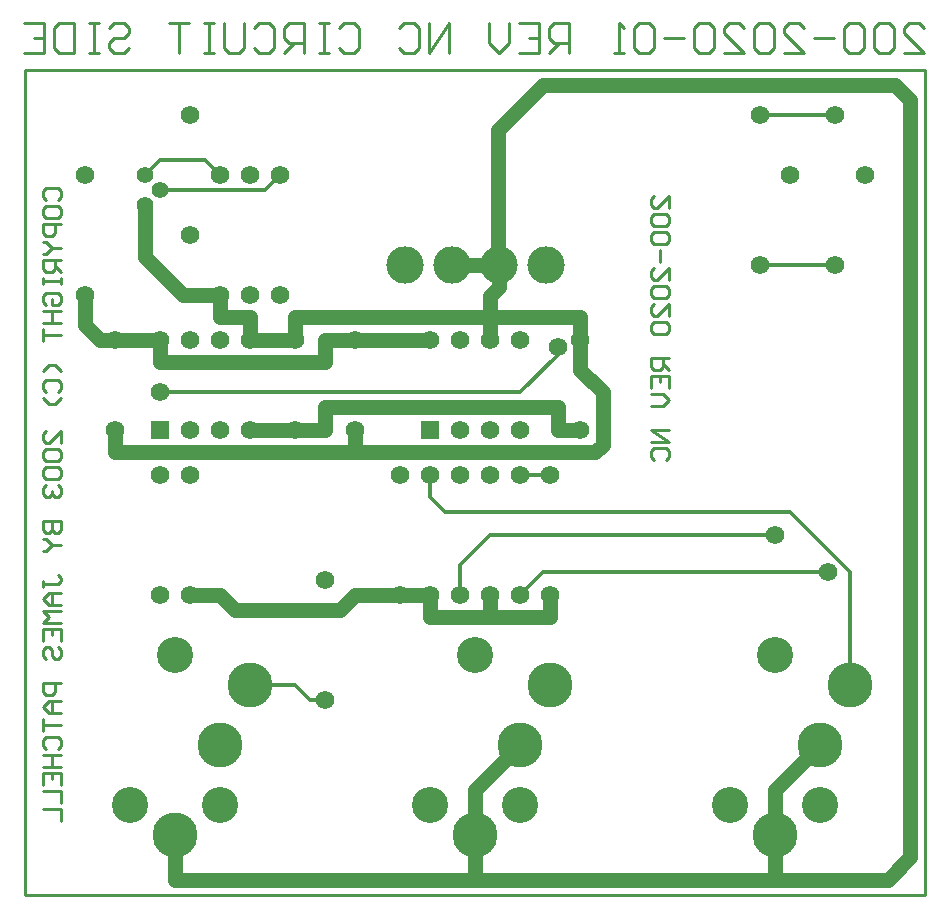
<source format=gbl>
*%FSLAX23Y23*%
*%MOIN*%
G01*
%ADD11C,0.007*%
%ADD12C,0.008*%
%ADD13C,0.010*%
%ADD14C,0.012*%
%ADD15C,0.020*%
%ADD16C,0.032*%
%ADD17C,0.036*%
%ADD18C,0.050*%
%ADD19C,0.052*%
%ADD20C,0.055*%
%ADD21C,0.056*%
%ADD22C,0.060*%
%ADD23C,0.061*%
%ADD24C,0.062*%
%ADD25C,0.066*%
%ADD26C,0.068*%
%ADD27C,0.070*%
%ADD28C,0.080*%
%ADD29C,0.090*%
%ADD30C,0.095*%
%ADD31C,0.115*%
%ADD32C,0.120*%
%ADD33C,0.125*%
%ADD34C,0.126*%
%ADD35C,0.131*%
%ADD36C,0.150*%
%ADD37C,0.156*%
%ADD38R,0.062X0.062*%
%ADD39R,0.068X0.068*%
D13*
X10348Y8797D02*
Y8837D01*
X10308Y8797D01*
X10298D01*
X10288Y8807D01*
Y8827D01*
X10298Y8837D01*
Y8777D02*
X10288Y8767D01*
Y8747D01*
X10298Y8737D01*
X10338D01*
X10348Y8747D01*
Y8767D01*
X10338Y8777D01*
X10298D01*
Y8717D02*
X10288Y8707D01*
Y8687D01*
X10298Y8677D01*
X10338D01*
X10348Y8687D01*
Y8707D01*
X10338Y8717D01*
X10298D01*
X10318Y8657D02*
Y8617D01*
X10348Y8597D02*
Y8557D01*
Y8597D02*
X10308Y8557D01*
X10298D01*
X10288Y8567D01*
Y8587D01*
X10298Y8597D01*
Y8537D02*
X10288Y8527D01*
Y8507D01*
X10298Y8497D01*
X10338D01*
X10348Y8507D01*
Y8527D01*
X10338Y8537D01*
X10298D01*
X10348Y8477D02*
Y8437D01*
Y8477D02*
X10308Y8437D01*
X10298D01*
X10288Y8447D01*
Y8467D01*
X10298Y8477D01*
Y8417D02*
X10288Y8407D01*
Y8387D01*
X10298Y8377D01*
X10338D01*
X10348Y8387D01*
Y8407D01*
X10338Y8417D01*
X10298D01*
X10288Y8297D02*
X10348D01*
X10288D02*
Y8267D01*
X10298Y8257D01*
X10318D01*
X10328Y8267D01*
Y8297D01*
Y8277D02*
X10348Y8257D01*
X10288Y8237D02*
Y8197D01*
Y8237D02*
X10348D01*
Y8197D01*
X10318Y8217D02*
Y8237D01*
X10328Y8177D02*
X10288D01*
X10328D02*
X10348Y8157D01*
X10328Y8137D01*
X10288D01*
Y8057D02*
X10348D01*
Y8017D02*
X10288Y8057D01*
Y8017D02*
X10348D01*
X10298Y7957D02*
X10288Y7967D01*
Y7987D01*
X10298Y7997D01*
X10338D01*
X10348Y7987D01*
Y7967D01*
X10338Y7957D01*
X8273Y8822D02*
X8263Y8832D01*
Y8852D01*
X8273Y8862D01*
X8313D01*
X8323Y8852D01*
Y8832D01*
X8313Y8822D01*
X8263Y8792D02*
Y8772D01*
Y8792D02*
X8273Y8802D01*
X8313D01*
X8323Y8792D01*
Y8772D01*
X8313Y8762D01*
X8273D01*
X8263Y8772D01*
Y8742D02*
X8323D01*
X8263D02*
Y8712D01*
X8273Y8702D01*
X8293D01*
X8303Y8712D01*
Y8742D01*
X8273Y8682D02*
X8263D01*
X8273D02*
X8293Y8662D01*
X8273Y8642D01*
X8263D01*
X8293Y8662D02*
X8323D01*
Y8622D02*
X8263D01*
Y8592D01*
X8273Y8582D01*
X8293D01*
X8303Y8592D01*
Y8622D01*
Y8602D02*
X8323Y8582D01*
X8263Y8562D02*
Y8542D01*
Y8552D01*
X8323D01*
Y8562D01*
Y8542D01*
X8263Y8482D02*
X8273Y8472D01*
X8263Y8482D02*
Y8502D01*
X8273Y8512D01*
X8313D01*
X8323Y8502D01*
Y8482D01*
X8313Y8472D01*
X8293D01*
Y8492D01*
X8263Y8452D02*
X8323D01*
X8293D01*
Y8412D01*
X8263D01*
X8323D01*
X8263Y8392D02*
Y8352D01*
Y8372D01*
X8323D01*
X8303Y8272D02*
X8323Y8252D01*
X8303Y8272D02*
X8283D01*
X8263Y8252D01*
Y8192D02*
X8273Y8182D01*
X8263Y8192D02*
Y8212D01*
X8273Y8222D01*
X8313D01*
X8323Y8212D01*
Y8192D01*
X8313Y8182D01*
X8323Y8162D02*
X8303Y8142D01*
X8283D01*
X8263Y8162D01*
X8323Y8052D02*
Y8012D01*
Y8052D02*
X8283Y8012D01*
X8273D01*
X8263Y8022D01*
Y8042D01*
X8273Y8052D01*
Y7992D02*
X8263Y7982D01*
Y7962D01*
X8273Y7952D01*
X8313D01*
X8323Y7962D01*
Y7982D01*
X8313Y7992D01*
X8273D01*
Y7932D02*
X8263Y7922D01*
Y7902D01*
X8273Y7892D01*
X8313D01*
X8323Y7902D01*
Y7922D01*
X8313Y7932D01*
X8273D01*
Y7872D02*
X8263Y7862D01*
Y7842D01*
X8273Y7832D01*
X8283D01*
X8284D01*
X8283D02*
X8284D01*
X8283D02*
X8284D01*
X8283D02*
X8293Y7842D01*
Y7852D01*
Y7842D01*
X8303Y7832D01*
X8313D01*
X8323Y7842D01*
Y7862D01*
X8313Y7872D01*
X8323Y7752D02*
X8263D01*
X8323D02*
Y7722D01*
X8313Y7712D01*
X8303D01*
X8293Y7722D01*
Y7752D01*
X8294D01*
X8293D02*
X8294D01*
X8293D02*
X8294D01*
X8293D02*
Y7722D01*
X8283Y7712D01*
X8273D01*
X8263Y7722D01*
Y7752D01*
Y7692D02*
X8273D01*
X8293Y7672D01*
X8273Y7652D01*
X8263D01*
X8293Y7672D02*
X8323D01*
X8263Y7552D02*
Y7532D01*
Y7542D02*
Y7552D01*
Y7542D02*
X8313D01*
X8323Y7552D01*
Y7562D01*
X8313Y7572D01*
X8323Y7512D02*
X8283D01*
X8263Y7492D01*
X8283Y7472D01*
X8323D01*
X8293D01*
Y7512D01*
X8323Y7452D02*
X8263D01*
X8283Y7432D01*
X8263Y7412D01*
X8323D01*
X8263Y7392D02*
Y7352D01*
Y7392D02*
X8323D01*
Y7352D01*
X8293Y7372D02*
Y7392D01*
X8263Y7303D02*
X8273Y7293D01*
X8263Y7303D02*
Y7322D01*
X8273Y7332D01*
X8283D01*
X8293Y7322D01*
Y7303D01*
X8303Y7293D01*
X8313D01*
X8323Y7303D01*
Y7322D01*
X8313Y7332D01*
X8323Y7213D02*
X8263D01*
Y7183D01*
X8273Y7173D01*
X8293D01*
X8303Y7183D01*
Y7213D01*
X8323Y7153D02*
X8283D01*
X8263Y7133D01*
X8283Y7113D01*
X8323D01*
X8293D01*
Y7153D01*
X8263Y7093D02*
Y7053D01*
Y7073D01*
X8323D01*
X8263Y7003D02*
X8273Y6993D01*
X8263Y7003D02*
Y7023D01*
X8273Y7033D01*
X8313D01*
X8323Y7023D01*
Y7003D01*
X8313Y6993D01*
X8323Y6973D02*
X8263D01*
X8293D02*
X8323D01*
X8293D02*
Y6933D01*
X8263D01*
X8323D01*
X8263Y6913D02*
Y6873D01*
Y6913D02*
X8323D01*
Y6873D01*
X8293Y6893D02*
Y6913D01*
X8263Y6853D02*
X8323D01*
Y6813D01*
Y6793D02*
X8263D01*
X8323D02*
Y6753D01*
X11131Y9312D02*
X11198D01*
X11131Y9379D01*
Y9395D01*
X11148Y9412D01*
X11181D01*
X11198Y9395D01*
X11098D02*
X11081Y9412D01*
X11048D01*
X11031Y9395D01*
Y9329D01*
X11048Y9312D01*
X11081D01*
X11098Y9329D01*
Y9395D01*
X10998D02*
X10981Y9412D01*
X10948D01*
X10931Y9395D01*
Y9329D01*
X10948Y9312D01*
X10981D01*
X10998Y9329D01*
Y9395D01*
X10898Y9362D02*
X10831D01*
X10798Y9312D02*
X10731D01*
X10798D02*
X10731Y9379D01*
Y9395D01*
X10748Y9412D01*
X10781D01*
X10798Y9395D01*
X10698D02*
X10682Y9412D01*
X10648D01*
X10632Y9395D01*
Y9329D01*
X10648Y9312D01*
X10682D01*
X10698Y9329D01*
Y9395D01*
X10598Y9312D02*
X10532D01*
X10598D02*
X10532Y9379D01*
Y9395D01*
X10548Y9412D01*
X10582D01*
X10598Y9395D01*
X10498D02*
X10482Y9412D01*
X10448D01*
X10432Y9395D01*
Y9329D01*
X10448Y9312D01*
X10482D01*
X10498Y9329D01*
Y9395D01*
X10398Y9362D02*
X10332D01*
X10298Y9395D02*
X10282Y9412D01*
X10248D01*
X10232Y9395D01*
Y9329D01*
X10248Y9312D01*
X10282D01*
X10298Y9329D01*
Y9395D01*
X10198Y9312D02*
X10165D01*
X10182D01*
Y9412D01*
X10183D01*
X10182D02*
X10198Y9395D01*
X10015Y9412D02*
Y9312D01*
Y9412D02*
X9965D01*
X9948Y9395D01*
Y9362D01*
X9965Y9345D01*
X10015D01*
X9982D02*
X9948Y9312D01*
X9915Y9412D02*
X9848D01*
X9915D02*
Y9312D01*
X9848D01*
X9882Y9362D02*
X9915D01*
X9815Y9345D02*
Y9412D01*
Y9345D02*
X9782Y9312D01*
X9748Y9345D01*
Y9412D01*
X9615D02*
Y9312D01*
X9549D02*
X9615Y9412D01*
X9549D02*
Y9312D01*
X9449Y9395D02*
X9465Y9412D01*
X9499D01*
X9515Y9395D01*
Y9329D01*
X9499Y9312D01*
X9465D01*
X9449Y9329D01*
X9265Y9412D02*
X9249Y9395D01*
X9265Y9412D02*
X9299D01*
X9315Y9395D01*
Y9329D01*
X9299Y9312D01*
X9265D01*
X9249Y9329D01*
X9215Y9412D02*
X9182D01*
X9199D01*
Y9312D01*
X9215D01*
X9182D01*
X9132D02*
Y9412D01*
X9082D01*
X9065Y9395D01*
Y9362D01*
X9082Y9345D01*
X9132D01*
X9099D02*
X9065Y9312D01*
X8965Y9395D02*
X8982Y9412D01*
X9015D01*
X9032Y9395D01*
Y9329D01*
X9015Y9312D01*
X8982D01*
X8965Y9329D01*
X8932D02*
Y9412D01*
Y9329D02*
X8915Y9312D01*
X8882D01*
X8865Y9329D01*
Y9412D01*
X8832D02*
X8799D01*
X8815D01*
Y9312D01*
X8832D01*
X8799D01*
X8749Y9412D02*
X8682D01*
X8715D01*
Y9312D01*
X8499Y9412D02*
X8482Y9395D01*
X8499Y9412D02*
X8532D01*
X8549Y9395D01*
Y9379D01*
X8532Y9362D01*
X8499D01*
X8482Y9345D01*
Y9329D01*
X8499Y9312D01*
X8532D01*
X8549Y9329D01*
X8449Y9412D02*
X8416D01*
X8432D01*
Y9312D01*
X8449D01*
X8416D01*
X8366D02*
Y9412D01*
Y9312D02*
X8316D01*
X8299Y9329D01*
Y9395D01*
X8316Y9412D01*
X8366D01*
X8266D02*
X8199D01*
X8266D02*
Y9312D01*
X8199D01*
X8232Y9362D02*
X8266D01*
X8203Y6507D02*
X11203D01*
Y9257D02*
X8203D01*
Y6507D01*
X11203D02*
Y9257D01*
D14*
X10753Y7782D02*
X10953Y7582D01*
X9978Y8307D02*
X9853Y8182D01*
X8653Y8957D02*
X8603Y8907D01*
X8953Y7207D02*
X9103D01*
X9153Y7157D02*
X9203D01*
X8853Y8907D02*
X8803Y8957D01*
X9103Y7207D02*
X9153Y7157D01*
X9003Y8857D02*
X9053Y8907D01*
X9928Y7582D02*
X10878D01*
X10753Y7782D02*
X9603D01*
X9753Y7707D02*
X10703D01*
X9953Y7907D02*
X9853D01*
X9553D02*
Y7832D01*
X9653Y7607D02*
Y7507D01*
X9603Y7782D02*
X9553Y7832D01*
X9753Y7707D02*
X9653Y7607D01*
X9853Y8182D02*
X8653D01*
X9853Y7507D02*
X9928Y7582D01*
X9978Y8307D02*
Y8332D01*
X10653Y8607D02*
X10903D01*
X8803Y8957D02*
X8653D01*
Y8857D02*
X9003D01*
X10653Y9107D02*
X10903D01*
X10953Y7582D02*
Y7207D01*
D18*
X8453Y8357D02*
X8403Y8407D01*
X10053Y8257D02*
X10128Y8182D01*
X11103Y9207D02*
X11153Y9157D01*
X8903Y7457D02*
X8853Y7507D01*
X8728Y8507D02*
X8603Y8632D01*
X9753Y8504D02*
X9781Y8532D01*
X10128Y8007D02*
X10103Y7982D01*
X11153Y6632D02*
X11078Y6557D01*
X9778Y9057D02*
X9928Y9207D01*
X9853Y7007D02*
X9703Y6857D01*
X10703D02*
X10853Y7007D01*
X9303Y7507D02*
X9253Y7457D01*
X9703Y6557D02*
X8703D01*
X9703D02*
X10703D01*
X11078D01*
X8403Y8407D02*
Y8507D01*
X8503Y8057D02*
Y7982D01*
X8653Y8282D02*
Y8357D01*
X8703Y6707D02*
Y6557D01*
X8603Y8632D02*
Y8807D01*
X8953Y8432D02*
Y8357D01*
X8853Y8432D02*
Y8507D01*
X9753Y7432D02*
X9953D01*
X9753D02*
X9553D01*
X9253Y7457D02*
X8903D01*
X9103Y8357D02*
Y8432D01*
X8853Y7507D02*
X8753D01*
X9453D02*
X9553D01*
X9453D02*
X9303D01*
X9203Y8057D02*
Y8132D01*
Y8282D02*
Y8357D01*
X9303Y8057D02*
Y7982D01*
X8503D01*
X9303D02*
X10103D01*
X9703Y6707D02*
Y6557D01*
Y6707D02*
Y6857D01*
X9553Y7432D02*
Y7507D01*
X9203Y8132D02*
X9978D01*
Y8057D02*
X10053D01*
X9203D02*
X9103D01*
X8953D01*
X9753Y8357D02*
Y8432D01*
Y8504D02*
Y8357D01*
X9781Y8532D02*
Y8607D01*
X9778D02*
Y9057D01*
X9753Y7507D02*
Y7432D01*
X8503Y8357D02*
X8453D01*
X8653Y8282D02*
X9203D01*
X8653Y8357D02*
X8503D01*
X9303D02*
X9553D01*
X9303D02*
X9203D01*
X9753Y8432D02*
X10053D01*
X8953D02*
X8853D01*
X9103D02*
X9753D01*
X9103Y8357D02*
X8953D01*
X9978Y8132D02*
Y8057D01*
X10128Y8007D02*
Y8182D01*
X10053Y8357D02*
Y8432D01*
Y8357D02*
Y8257D01*
X9953Y7507D02*
Y7432D01*
X9778Y8607D02*
X9625D01*
X9778D02*
X9781D01*
X8853Y8507D02*
X8728D01*
X10703Y6707D02*
Y6557D01*
Y6707D02*
Y6857D01*
X11103Y9207D02*
X9928D01*
X11153Y9157D02*
Y6632D01*
D20*
X8603Y8907D02*
D03*
X8653Y8857D02*
D03*
X8603Y8807D02*
D03*
D24*
X10878Y7582D02*
D03*
X10703Y7707D02*
D03*
X9978Y8332D02*
D03*
X8653Y8182D02*
D03*
X10903Y9107D02*
D03*
Y8607D02*
D03*
X11003Y8907D02*
D03*
X10653Y9107D02*
D03*
Y8607D02*
D03*
X10753Y8907D02*
D03*
X8853Y8507D02*
D03*
Y8907D02*
D03*
X8953Y8507D02*
D03*
Y8907D02*
D03*
X9053Y8507D02*
D03*
Y8907D02*
D03*
X9203Y7157D02*
D03*
Y7557D02*
D03*
X9303Y8357D02*
D03*
Y8057D02*
D03*
X9753D02*
D03*
X9853D02*
D03*
Y8357D02*
D03*
X9753D02*
D03*
X9653D02*
D03*
X9553D02*
D03*
X9653Y8057D02*
D03*
X9453Y7907D02*
D03*
Y7507D02*
D03*
X9553Y7907D02*
D03*
Y7507D02*
D03*
X9653D02*
D03*
Y7907D02*
D03*
X9753D02*
D03*
Y7507D02*
D03*
X9953Y7907D02*
D03*
Y7507D02*
D03*
X9103Y8057D02*
D03*
Y8357D02*
D03*
X9853Y7507D02*
D03*
Y7907D02*
D03*
X10053Y8057D02*
D03*
Y8357D02*
D03*
X8753Y8707D02*
D03*
Y9107D02*
D03*
X8503Y8357D02*
D03*
Y8057D02*
D03*
X8403Y8907D02*
D03*
Y8507D02*
D03*
X8853Y8057D02*
D03*
X8953D02*
D03*
Y8357D02*
D03*
X8853D02*
D03*
X8753D02*
D03*
X8653D02*
D03*
X8753Y8057D02*
D03*
X8653Y7907D02*
D03*
Y7507D02*
D03*
X8753D02*
D03*
Y7907D02*
D03*
D32*
X10553Y6807D02*
D03*
X10853D02*
D03*
X10703Y7307D02*
D03*
X9553Y6807D02*
D03*
X9853D02*
D03*
X9703Y7307D02*
D03*
X8553Y6807D02*
D03*
X8853D02*
D03*
X8703Y7307D02*
D03*
D33*
X9781Y8607D02*
D03*
X9469D02*
D03*
X9937D02*
D03*
X9625D02*
D03*
D36*
X10953Y7207D02*
D03*
X10853Y7007D02*
D03*
X10703Y6707D02*
D03*
X9953Y7207D02*
D03*
X9853Y7007D02*
D03*
X9703Y6707D02*
D03*
X8953Y7207D02*
D03*
X8853Y7007D02*
D03*
X8703Y6707D02*
D03*
D38*
X9553Y8057D02*
D03*
X8653D02*
D03*
M02*

</source>
